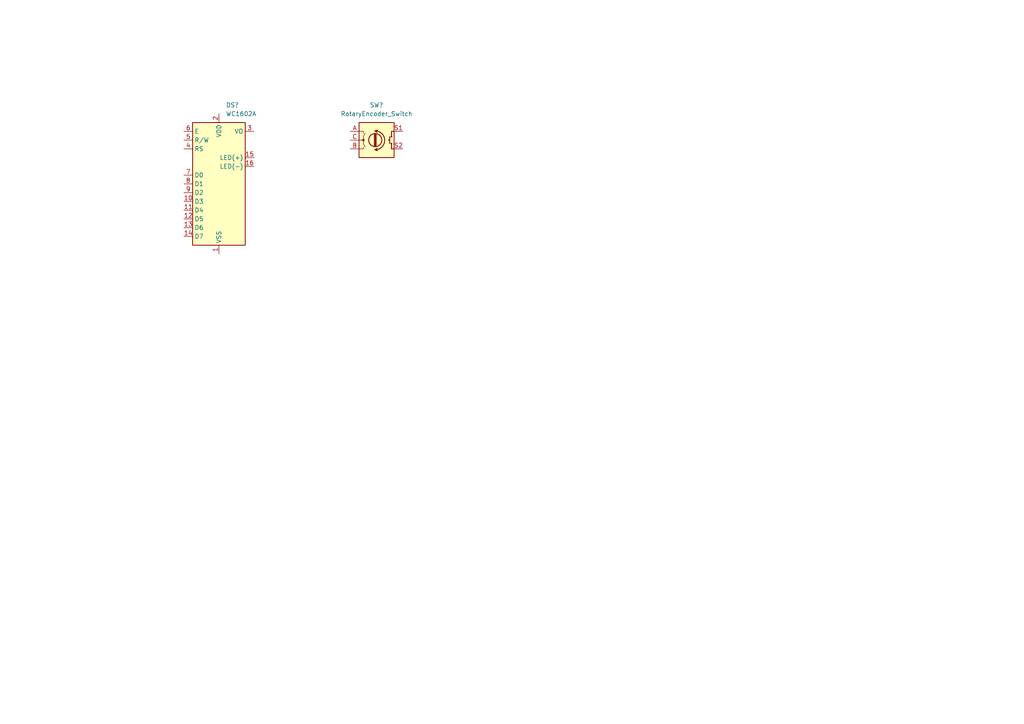
<source format=kicad_sch>
(kicad_sch (version 20211123) (generator eeschema)
  (paper "A4")
  (lib_symbols
    (symbol "Device:RotaryEncoder_Switch" (pin_names (offset 0.254) hide)
      (property "Reference" "SW" (at 0 6.604 0))
      (property "Value" "RotaryEncoder_Switch" (at 0 -6.604 0))
      (symbol "RotaryEncoder_Switch_0_1"
        (rectangle (start -5.08 5.08) (end 5.08 -5.08) (stroke (width 0.254)) (fill (type background)))
        (circle (center -3.81 0) (radius 0.254) (fill (type outline)))
        (arc (start -0.381 -2.794) (mid 2.3622 -0.0635) (end -0.381 2.667) (stroke (width 0.254)))
        (circle (center -0.381 0) (radius 1.905) (stroke (width 0.254)))
        (polyline (pts (xy -0.635 -1.778) (xy -0.635 1.778)) (stroke (width 0.254)))
        (polyline (pts (xy -0.381 -1.778) (xy -0.381 1.778)) (stroke (width 0.254)))
        (polyline (pts (xy -0.127 1.778) (xy -0.127 -1.778)) (stroke (width 0.254)))
        (polyline (pts (xy 3.81 0) (xy 3.429 0)) (stroke (width 0.254)))
        (polyline (pts (xy 3.81 1.016) (xy 3.81 -1.016)) (stroke (width 0.254)))
        (polyline (pts (xy -5.08 -2.54) (xy -3.81 -2.54) (xy -3.81 -2.032)))
        (polyline (pts (xy -5.08 2.54) (xy -3.81 2.54) (xy -3.81 2.032)))
        (polyline (pts (xy 0.254 -3.048) (xy -0.508 -2.794) (xy 0.127 -2.413)) (stroke (width 0.254)))
        (polyline (pts (xy 0.254 2.921) (xy -0.508 2.667) (xy 0.127 2.286)) (stroke (width 0.254)))
        (polyline (pts (xy 5.08 -2.54) (xy 4.318 -2.54) (xy 4.318 -1.016)) (stroke (width 0.254)))
        (polyline (pts (xy 5.08 2.54) (xy 4.318 2.54) (xy 4.318 1.016)) (stroke (width 0.254)))
        (polyline (pts (xy -5.08 0) (xy -3.81 0) (xy -3.81 -1.016) (xy -3.302 -2.032)))
        (polyline (pts (xy -4.318 0) (xy -3.81 0) (xy -3.81 1.016) (xy -3.302 2.032)))
        (circle (center 4.318 -1.016) (radius 0.127) (stroke (width 0.254)))
        (circle (center 4.318 1.016) (radius 0.127) (stroke (width 0.254)))
      )
      (symbol "RotaryEncoder_Switch_1_1"
        (pin passive line (at -7.62 2.54 0) (length 2.54) (name "A") (number "A"))
        (pin passive line (at -7.62 -2.54 0) (length 2.54) (name "B") (number "B"))
        (pin passive line (at -7.62 0 0) (length 2.54) (name "C") (number "C"))
        (pin passive line (at 7.62 2.54 180) (length 2.54) (name "S1") (number "S1"))
        (pin passive line (at 7.62 -2.54 180) (length 2.54) (name "S2") (number "S2"))
      )
    )
    (symbol "Display_Character:WC1602A"
      (property "Reference" "DS" (at -5.842 19.05 0))
      (property "Value" "WC1602A" (at 5.334 19.05 0))
      (symbol "WC1602A_1_1"
        (rectangle (start -7.62 17.78) (end 7.62 -17.78) (stroke (width 0.254)) (fill (type background)))
        (pin power_in line (at 0 -20.32 90) (length 2.54) (name "VSS") (number "1"))
        (pin input line (at -10.16 -5.08 0) (length 2.54) (name "D3") (number "10"))
        (pin input line (at -10.16 -7.62 0) (length 2.54) (name "D4") (number "11"))
        (pin input line (at -10.16 -10.16 0) (length 2.54) (name "D5") (number "12"))
        (pin input line (at -10.16 -12.7 0) (length 2.54) (name "D6") (number "13"))
        (pin input line (at -10.16 -15.24 0) (length 2.54) (name "D7") (number "14"))
        (pin power_in line (at 10.16 7.62 180) (length 2.54) (name "LED(+)") (number "15"))
        (pin power_in line (at 10.16 5.08 180) (length 2.54) (name "LED(-)") (number "16"))
        (pin power_in line (at 0 20.32 270) (length 2.54) (name "VDD") (number "2"))
        (pin input line (at 10.16 15.24 180) (length 2.54) (name "VO") (number "3"))
        (pin input line (at -10.16 10.16 0) (length 2.54) (name "RS") (number "4"))
        (pin input line (at -10.16 12.7 0) (length 2.54) (name "R/W") (number "5"))
        (pin input line (at -10.16 15.24 0) (length 2.54) (name "E") (number "6"))
        (pin input line (at -10.16 2.54 0) (length 2.54) (name "D0") (number "7"))
        (pin input line (at -10.16 0 0) (length 2.54) (name "D1") (number "8"))
        (pin input line (at -10.16 -2.54 0) (length 2.54) (name "D2") (number "9"))
      )
    )
  )
  (symbol (lib_id "Device:RotaryEncoder_Switch") (at 109.22 40.64 0) (unit 1)
    (property "Reference" "SW?" (at 109.22 30.48 0))
    (property "Value" "RotaryEncoder_Switch" (at 109.22 33.02 0))
  )
  (symbol (lib_id "Display_Character:WC1602A") (at 63.5 53.34 0) (unit 1)
    (property "Reference" "DS?" (at 65.5194 30.48 0) (effects (justify left)))
    (property "Value" "WC1602A" (at 65.5194 33.02 0) (effects (justify left)))
    (property "Footprint" "Display:WC1602A" (effects hide))
    (property "Datasheet" "http://www.wincomlcd.com/pdf/WC1602A-SFYLYHTC06.pdf" (effects hide))
  )
)
</source>
